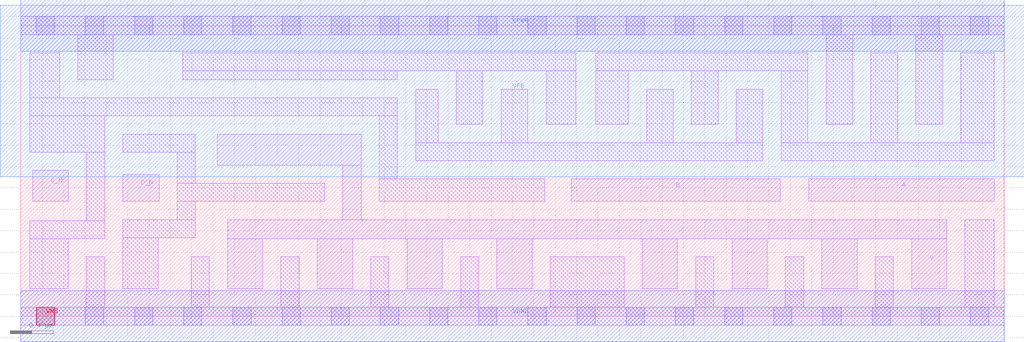
<source format=lef>
# Copyright 2020 The SkyWater PDK Authors
#
# Licensed under the Apache License, Version 2.0 (the "License");
# you may not use this file except in compliance with the License.
# You may obtain a copy of the License at
#
#     https://www.apache.org/licenses/LICENSE-2.0
#
# Unless required by applicable law or agreed to in writing, software
# distributed under the License is distributed on an "AS IS" BASIS,
# WITHOUT WARRANTIES OR CONDITIONS OF ANY KIND, either express or implied.
# See the License for the specific language governing permissions and
# limitations under the License.
#
# SPDX-License-Identifier: Apache-2.0

VERSION 5.7 ;
  NOWIREEXTENSIONATPIN ON ;
  DIVIDERCHAR "/" ;
  BUSBITCHARS "[]" ;
MACRO sky130_fd_sc_hd__nor4bb_4
  CLASS CORE ;
  FOREIGN sky130_fd_sc_hd__nor4bb_4 ;
  ORIGIN  0.000000  0.000000 ;
  SIZE  9.200000 BY  2.720000 ;
  SYMMETRY X Y R90 ;
  SITE unithd ;
  PIN A
    ANTENNAGATEAREA  0.990000 ;
    DIRECTION INPUT ;
    USE SIGNAL ;
    PORT
      LAYER li1 ;
        RECT 7.375000 1.075000 9.110000 1.285000 ;
    END
  END A
  PIN B
    ANTENNAGATEAREA  0.990000 ;
    DIRECTION INPUT ;
    USE SIGNAL ;
    PORT
      LAYER li1 ;
        RECT 5.150000 1.075000 7.105000 1.285000 ;
    END
  END B
  PIN C_N
    ANTENNAGATEAREA  0.247500 ;
    DIRECTION INPUT ;
    USE SIGNAL ;
    PORT
      LAYER li1 ;
        RECT 0.110000 1.075000 0.445000 1.365000 ;
    END
  END C_N
  PIN D_N
    ANTENNAGATEAREA  0.247500 ;
    DIRECTION INPUT ;
    USE SIGNAL ;
    PORT
      LAYER li1 ;
        RECT 0.955000 1.075000 1.295000 1.325000 ;
    END
  END D_N
  PIN VNB
    PORT
      LAYER pwell ;
        RECT 0.150000 -0.085000 0.320000 0.085000 ;
    END
  END VNB
  PIN VPB
    PORT
      LAYER nwell ;
        RECT -0.190000 1.305000 9.390000 2.910000 ;
    END
  END VPB
  PIN Y
    ANTENNADIFFAREA  1.944000 ;
    DIRECTION OUTPUT ;
    USE SIGNAL ;
    PORT
      LAYER li1 ;
        RECT 1.840000 1.415000 3.185000 1.705000 ;
        RECT 1.935000 0.255000 2.265000 0.725000 ;
        RECT 1.935000 0.725000 8.665000 0.905000 ;
        RECT 2.775000 0.255000 3.105000 0.725000 ;
        RECT 3.015000 0.905000 3.185000 1.415000 ;
        RECT 3.615000 0.255000 3.945000 0.725000 ;
        RECT 4.455000 0.255000 4.785000 0.725000 ;
        RECT 5.815000 0.255000 6.145000 0.725000 ;
        RECT 6.655000 0.255000 6.985000 0.725000 ;
        RECT 7.495000 0.255000 7.825000 0.725000 ;
        RECT 8.335000 0.255000 8.665000 0.725000 ;
    END
  END Y
  PIN VGND
    DIRECTION INOUT ;
    SHAPE ABUTMENT ;
    USE GROUND ;
    PORT
      LAYER met1 ;
        RECT 0.000000 -0.240000 9.200000 0.240000 ;
    END
  END VGND
  PIN VPWR
    DIRECTION INOUT ;
    SHAPE ABUTMENT ;
    USE POWER ;
    PORT
      LAYER met1 ;
        RECT 0.000000 2.480000 9.200000 2.960000 ;
    END
  END VPWR
  OBS
    LAYER li1 ;
      RECT 0.000000 -0.085000 9.200000 0.085000 ;
      RECT 0.000000  2.635000 9.200000 2.805000 ;
      RECT 0.085000  0.255000 0.445000 0.725000 ;
      RECT 0.085000  0.725000 0.785000 0.895000 ;
      RECT 0.085000  1.535000 0.785000 1.875000 ;
      RECT 0.085000  1.875000 3.525000 2.045000 ;
      RECT 0.085000  2.045000 0.365000 2.465000 ;
      RECT 0.535000  2.215000 0.865000 2.635000 ;
      RECT 0.615000  0.085000 0.785000 0.555000 ;
      RECT 0.615000  0.895000 0.785000 1.535000 ;
      RECT 0.955000  0.255000 1.285000 0.735000 ;
      RECT 0.955000  0.735000 1.635000 0.905000 ;
      RECT 0.955000  1.535000 1.635000 1.705000 ;
      RECT 1.465000  0.905000 1.635000 1.075000 ;
      RECT 1.465000  1.075000 2.845000 1.245000 ;
      RECT 1.465000  1.245000 1.635000 1.535000 ;
      RECT 1.515000  2.215000 3.525000 2.295000 ;
      RECT 1.515000  2.295000 5.195000 2.465000 ;
      RECT 1.595000  0.085000 1.765000 0.555000 ;
      RECT 2.435000  0.085000 2.605000 0.555000 ;
      RECT 3.275000  0.085000 3.445000 0.555000 ;
      RECT 3.355000  1.075000 4.905000 1.285000 ;
      RECT 3.355000  1.285000 3.525000 1.875000 ;
      RECT 3.695000  1.455000 6.945000 1.625000 ;
      RECT 3.695000  1.625000 3.905000 2.125000 ;
      RECT 4.075000  1.795000 4.325000 2.295000 ;
      RECT 4.115000  0.085000 4.285000 0.555000 ;
      RECT 4.495000  1.625000 4.745000 2.125000 ;
      RECT 4.915000  1.795000 5.195000 2.295000 ;
      RECT 4.955000  0.085000 5.645000 0.555000 ;
      RECT 5.380000  1.795000 5.685000 2.295000 ;
      RECT 5.380000  2.295000 7.365000 2.465000 ;
      RECT 5.855000  1.625000 6.105000 2.125000 ;
      RECT 6.275000  1.795000 6.525000 2.295000 ;
      RECT 6.315000  0.085000 6.485000 0.555000 ;
      RECT 6.695000  1.625000 6.945000 2.125000 ;
      RECT 7.115000  1.455000 9.110000 1.625000 ;
      RECT 7.115000  1.625000 7.365000 2.295000 ;
      RECT 7.155000  0.085000 7.325000 0.555000 ;
      RECT 7.535000  1.795000 7.785000 2.635000 ;
      RECT 7.955000  1.625000 8.205000 2.465000 ;
      RECT 7.995000  0.085000 8.165000 0.555000 ;
      RECT 8.375000  1.795000 8.625000 2.635000 ;
      RECT 8.795000  1.625000 9.110000 2.465000 ;
      RECT 8.835000  0.085000 9.110000 0.905000 ;
    LAYER mcon ;
      RECT 0.145000 -0.085000 0.315000 0.085000 ;
      RECT 0.145000  2.635000 0.315000 2.805000 ;
      RECT 0.605000 -0.085000 0.775000 0.085000 ;
      RECT 0.605000  2.635000 0.775000 2.805000 ;
      RECT 1.065000 -0.085000 1.235000 0.085000 ;
      RECT 1.065000  2.635000 1.235000 2.805000 ;
      RECT 1.525000 -0.085000 1.695000 0.085000 ;
      RECT 1.525000  2.635000 1.695000 2.805000 ;
      RECT 1.985000 -0.085000 2.155000 0.085000 ;
      RECT 1.985000  2.635000 2.155000 2.805000 ;
      RECT 2.445000 -0.085000 2.615000 0.085000 ;
      RECT 2.445000  2.635000 2.615000 2.805000 ;
      RECT 2.905000 -0.085000 3.075000 0.085000 ;
      RECT 2.905000  2.635000 3.075000 2.805000 ;
      RECT 3.365000 -0.085000 3.535000 0.085000 ;
      RECT 3.365000  2.635000 3.535000 2.805000 ;
      RECT 3.825000 -0.085000 3.995000 0.085000 ;
      RECT 3.825000  2.635000 3.995000 2.805000 ;
      RECT 4.285000 -0.085000 4.455000 0.085000 ;
      RECT 4.285000  2.635000 4.455000 2.805000 ;
      RECT 4.745000 -0.085000 4.915000 0.085000 ;
      RECT 4.745000  2.635000 4.915000 2.805000 ;
      RECT 5.205000 -0.085000 5.375000 0.085000 ;
      RECT 5.205000  2.635000 5.375000 2.805000 ;
      RECT 5.665000 -0.085000 5.835000 0.085000 ;
      RECT 5.665000  2.635000 5.835000 2.805000 ;
      RECT 6.125000 -0.085000 6.295000 0.085000 ;
      RECT 6.125000  2.635000 6.295000 2.805000 ;
      RECT 6.585000 -0.085000 6.755000 0.085000 ;
      RECT 6.585000  2.635000 6.755000 2.805000 ;
      RECT 7.045000 -0.085000 7.215000 0.085000 ;
      RECT 7.045000  2.635000 7.215000 2.805000 ;
      RECT 7.505000 -0.085000 7.675000 0.085000 ;
      RECT 7.505000  2.635000 7.675000 2.805000 ;
      RECT 7.965000 -0.085000 8.135000 0.085000 ;
      RECT 7.965000  2.635000 8.135000 2.805000 ;
      RECT 8.425000 -0.085000 8.595000 0.085000 ;
      RECT 8.425000  2.635000 8.595000 2.805000 ;
      RECT 8.885000 -0.085000 9.055000 0.085000 ;
      RECT 8.885000  2.635000 9.055000 2.805000 ;
  END
END sky130_fd_sc_hd__nor4bb_4
END LIBRARY

</source>
